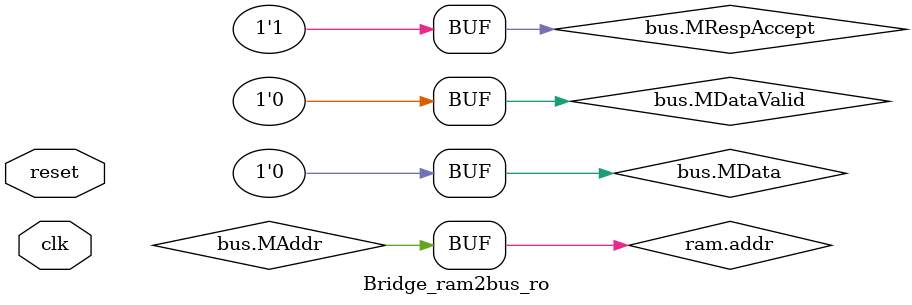
<source format=sv>
module Bridge_ram2bus_ro
  ( input logic clk, reset,
    Ram_if.memory ram,
    Bus_if.master bus );

  logic request;
  logic expect_dva;
  logic delay;

  assign request = (ram.en && !ram.we);

  assign bus.MReset_n = ~reset;
  assign bus.MAddr = ram.addr;
  //assign bus.MCmd = request ? Bus::RD : Bus::IDLE;
  assign bus.MRespAccept = 1'b1;
  assign bus.MData = '0;
  assign bus.MDataValid = 1'b0;
  assign bus.MByteEn = ram.be;

  assign ram.data_r = bus.SData;
  assign ram.delay = delay;

  always_comb begin
    if( (request && !bus.SCmdAccept) || (expect_dva && (bus.SResp != Bus::DVA)) )
      delay = 1'b1;
    else
      delay = 1'b0;
  end

  always_comb begin
    if( !reset && request )
      bus.MCmd = Bus::RD;
    else
      bus.MCmd = Bus::IDLE;
  end

  always_ff @(posedge clk or posedge reset)
    if( reset )
      expect_dva <= 1'b0;
    else begin
      if( !delay )
        expect_dva <= request;
    end

endmodule

// vim: expandtab ts=2 sw=2 softtabstop=2 smarttab:

</source>
